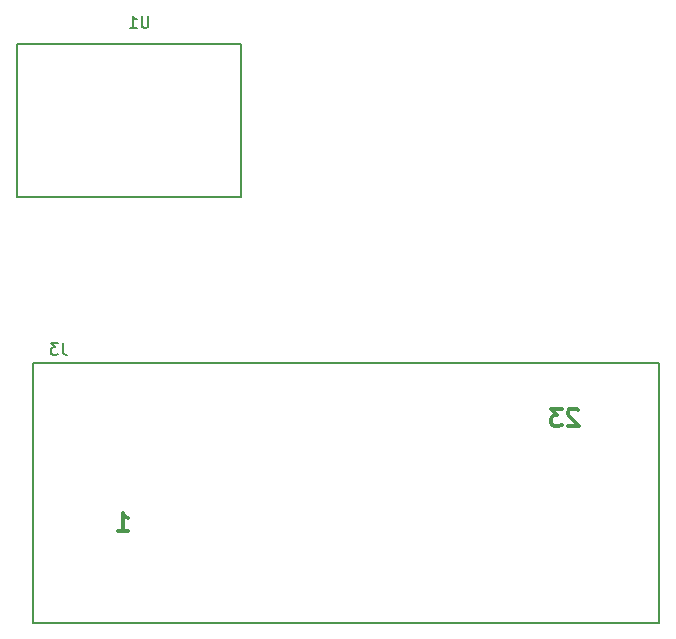
<source format=gbo>
G04 #@! TF.GenerationSoftware,KiCad,Pcbnew,5.0.2-bee76a0~70~ubuntu18.04.1*
G04 #@! TF.CreationDate,2019-02-24T12:00:28-05:00*
G04 #@! TF.ProjectId,interface,696e7465-7266-4616-9365-2e6b69636164,rev?*
G04 #@! TF.SameCoordinates,Original*
G04 #@! TF.FileFunction,Legend,Bot*
G04 #@! TF.FilePolarity,Positive*
%FSLAX46Y46*%
G04 Gerber Fmt 4.6, Leading zero omitted, Abs format (unit mm)*
G04 Created by KiCad (PCBNEW 5.0.2-bee76a0~70~ubuntu18.04.1) date Sun 24 Feb 2019 12:00:28 PM EST*
%MOMM*%
%LPD*%
G01*
G04 APERTURE LIST*
%ADD10C,0.300000*%
%ADD11C,0.150000*%
G04 APERTURE END LIST*
D10*
X35766428Y-118979071D02*
X36623571Y-118979071D01*
X36195000Y-118979071D02*
X36195000Y-117479071D01*
X36337857Y-117693357D01*
X36480714Y-117836214D01*
X36623571Y-117907642D01*
X74739357Y-108795428D02*
X74667928Y-108724000D01*
X74525071Y-108652571D01*
X74167928Y-108652571D01*
X74025071Y-108724000D01*
X73953642Y-108795428D01*
X73882214Y-108938285D01*
X73882214Y-109081142D01*
X73953642Y-109295428D01*
X74810785Y-110152571D01*
X73882214Y-110152571D01*
X73382214Y-108652571D02*
X72453642Y-108652571D01*
X72953642Y-109224000D01*
X72739357Y-109224000D01*
X72596500Y-109295428D01*
X72525071Y-109366857D01*
X72453642Y-109509714D01*
X72453642Y-109866857D01*
X72525071Y-110009714D01*
X72596500Y-110081142D01*
X72739357Y-110152571D01*
X73167928Y-110152571D01*
X73310785Y-110081142D01*
X73382214Y-110009714D01*
D11*
G04 #@! TO.C,U1*
X46251500Y-79768500D02*
X46251500Y-90768500D01*
X46251500Y-90768500D02*
X27251500Y-90768500D01*
X27251500Y-90768500D02*
X27251500Y-77768500D01*
X27251500Y-77768500D02*
X46251500Y-77768500D01*
X46251500Y-77768500D02*
X46251500Y-79768500D01*
G04 #@! TO.C,J3*
X28587000Y-104800500D02*
X28587000Y-126800500D01*
X81587000Y-104800500D02*
X28587000Y-104800500D01*
X81587000Y-126800500D02*
X81587000Y-104800500D01*
X28587000Y-126800500D02*
X81587000Y-126800500D01*
G04 #@! TO.C,U1*
X38379404Y-75410880D02*
X38379404Y-76220404D01*
X38331785Y-76315642D01*
X38284166Y-76363261D01*
X38188928Y-76410880D01*
X37998452Y-76410880D01*
X37903214Y-76363261D01*
X37855595Y-76315642D01*
X37807976Y-76220404D01*
X37807976Y-75410880D01*
X36807976Y-76410880D02*
X37379404Y-76410880D01*
X37093690Y-76410880D02*
X37093690Y-75410880D01*
X37188928Y-75553738D01*
X37284166Y-75648976D01*
X37379404Y-75696595D01*
G04 #@! TO.C,J3*
X31110333Y-103092880D02*
X31110333Y-103807166D01*
X31157952Y-103950023D01*
X31253190Y-104045261D01*
X31396047Y-104092880D01*
X31491285Y-104092880D01*
X30729380Y-103092880D02*
X30110333Y-103092880D01*
X30443666Y-103473833D01*
X30300809Y-103473833D01*
X30205571Y-103521452D01*
X30157952Y-103569071D01*
X30110333Y-103664309D01*
X30110333Y-103902404D01*
X30157952Y-103997642D01*
X30205571Y-104045261D01*
X30300809Y-104092880D01*
X30586523Y-104092880D01*
X30681761Y-104045261D01*
X30729380Y-103997642D01*
G04 #@! TD*
M02*

</source>
